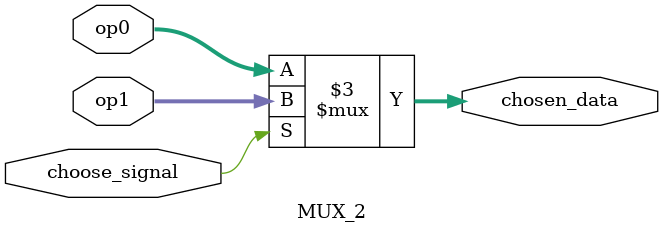
<source format=v>
module MUX_2 (
    input [31:0] op0, op1,
    input choose_signal,
    output reg [31:0] chosen_data
);

    always @(*) begin
        chosen_data = (choose_signal == 0) ? op0 : op1;         
    end

endmodule
</source>
